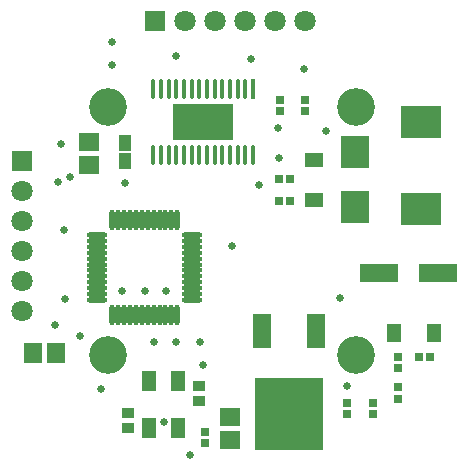
<source format=gts>
G04*
G04 #@! TF.GenerationSoftware,Altium Limited,Altium Designer,22.10.1 (41)*
G04*
G04 Layer_Color=8388736*
%FSLAX42Y42*%
%MOMM*%
G71*
G04*
G04 #@! TF.SameCoordinates,D2B3F530-26F6-4905-BC13-EF821CD2D141*
G04*
G04*
G04 #@! TF.FilePolarity,Negative*
G04*
G01*
G75*
%ADD16R,1.01X1.33*%
%ADD19R,0.67X0.72*%
%ADD20R,0.72X0.67*%
%ADD21R,1.25X1.60*%
%ADD23R,1.20X1.80*%
G04:AMPARAMS|DCode=26|XSize=1.66mm|YSize=0.38mm|CornerRadius=0.19mm|HoleSize=0mm|Usage=FLASHONLY|Rotation=270.000|XOffset=0mm|YOffset=0mm|HoleType=Round|Shape=RoundedRectangle|*
%AMROUNDEDRECTD26*
21,1,1.66,0.00,0,0,270.0*
21,1,1.27,0.38,0,0,270.0*
1,1,0.38,0.00,-0.64*
1,1,0.38,0.00,0.64*
1,1,0.38,0.00,0.64*
1,1,0.38,0.00,-0.64*
%
%ADD26ROUNDEDRECTD26*%
%ADD27R,0.38X1.66*%
%ADD30R,1.60X1.25*%
%ADD31R,3.20X1.60*%
%ADD32R,1.60X3.00*%
%ADD33R,5.80X6.20*%
%ADD34O,0.45X1.75*%
%ADD35O,1.75X0.45*%
%ADD36R,1.75X1.55*%
%ADD37R,1.05X0.95*%
%ADD38R,1.55X1.75*%
%ADD39R,5.18X3.10*%
%ADD40R,3.40X2.80*%
%ADD41R,2.40X2.70*%
%ADD42C,3.20*%
%ADD43C,1.80*%
%ADD44R,1.80X1.80*%
%ADD45R,1.80X1.80*%
%ADD46C,1.73*%
%ADD47C,0.66*%
D16*
X8623Y8454D02*
D03*
Y8306D02*
D03*
D19*
X10147Y8725D02*
D03*
X10935Y6553D02*
D03*
Y6649D02*
D03*
X9296Y5918D02*
D03*
Y6014D02*
D03*
X9931Y8821D02*
D03*
Y8725D02*
D03*
X10503Y6162D02*
D03*
Y6258D02*
D03*
X10719Y6162D02*
D03*
Y6258D02*
D03*
X10935Y6292D02*
D03*
Y6388D02*
D03*
X10147Y8821D02*
D03*
D20*
X11201Y6642D02*
D03*
X11106D02*
D03*
X9925Y7963D02*
D03*
X10020D02*
D03*
X9922Y8153D02*
D03*
X10017D02*
D03*
D21*
X11239Y6845D02*
D03*
X10900D02*
D03*
D23*
X8826Y6045D02*
D03*
Y6445D02*
D03*
X9067D02*
D03*
Y6045D02*
D03*
D26*
X9706Y8353D02*
D03*
X9641D02*
D03*
X9576D02*
D03*
X9511D02*
D03*
X9446D02*
D03*
X9381D02*
D03*
X9316D02*
D03*
X9251D02*
D03*
X9186D02*
D03*
X9121D02*
D03*
X9056D02*
D03*
X8991D02*
D03*
X8926D02*
D03*
X8861D02*
D03*
Y8919D02*
D03*
X8926D02*
D03*
X8991D02*
D03*
X9056D02*
D03*
X9121D02*
D03*
X9186D02*
D03*
X9251D02*
D03*
X9316D02*
D03*
X9381D02*
D03*
X9446D02*
D03*
X9511D02*
D03*
X9576D02*
D03*
X9641D02*
D03*
D27*
X9706D02*
D03*
D30*
X10224Y8316D02*
D03*
Y7976D02*
D03*
D31*
X10774Y7353D02*
D03*
X11274D02*
D03*
D32*
X9779Y6868D02*
D03*
X10236D02*
D03*
D33*
X10008Y6160D02*
D03*
D34*
X8563Y7002D02*
D03*
X8513D02*
D03*
X8613D02*
D03*
X8663D02*
D03*
X8713D02*
D03*
X8763D02*
D03*
X8813D02*
D03*
X8863D02*
D03*
X8913D02*
D03*
X8963D02*
D03*
X9013D02*
D03*
X9063D02*
D03*
Y7807D02*
D03*
X9013D02*
D03*
X8963D02*
D03*
X8913D02*
D03*
X8863D02*
D03*
X8813D02*
D03*
X8763D02*
D03*
X8713D02*
D03*
X8663D02*
D03*
X8613D02*
D03*
X8563D02*
D03*
X8513D02*
D03*
D35*
X9191Y7129D02*
D03*
Y7179D02*
D03*
Y7229D02*
D03*
Y7279D02*
D03*
Y7329D02*
D03*
Y7379D02*
D03*
Y7429D02*
D03*
Y7479D02*
D03*
Y7529D02*
D03*
Y7579D02*
D03*
Y7629D02*
D03*
Y7679D02*
D03*
X8386D02*
D03*
Y7629D02*
D03*
Y7579D02*
D03*
Y7529D02*
D03*
Y7479D02*
D03*
Y7429D02*
D03*
Y7379D02*
D03*
Y7329D02*
D03*
Y7279D02*
D03*
Y7229D02*
D03*
Y7179D02*
D03*
Y7129D02*
D03*
D36*
X9512Y6139D02*
D03*
Y5944D02*
D03*
X8318Y8268D02*
D03*
Y8463D02*
D03*
D37*
X8649Y6170D02*
D03*
Y6045D02*
D03*
X9246Y6274D02*
D03*
Y6399D02*
D03*
D38*
X7844Y6680D02*
D03*
X8039D02*
D03*
D39*
X9284Y8636D02*
D03*
D40*
X11125Y8637D02*
D03*
Y7899D02*
D03*
D41*
X10566Y7912D02*
D03*
Y8382D02*
D03*
D42*
X8475Y8759D02*
D03*
X10575D02*
D03*
Y6659D02*
D03*
X8475D02*
D03*
D43*
X7747Y7544D02*
D03*
Y8052D02*
D03*
Y7798D02*
D03*
Y7290D02*
D03*
Y7036D02*
D03*
X9639Y9487D02*
D03*
X9131D02*
D03*
X9385D02*
D03*
X9893D02*
D03*
X10147D02*
D03*
D44*
X7747Y8306D02*
D03*
D45*
X8877Y9487D02*
D03*
D46*
X10033Y6160D02*
D03*
D47*
X8954Y6096D02*
D03*
X9512Y5944D02*
D03*
X8623Y8115D02*
D03*
X9055Y9195D02*
D03*
X8153Y8166D02*
D03*
X9690Y9165D02*
D03*
X9919Y8585D02*
D03*
X8420Y6375D02*
D03*
X9169Y5817D02*
D03*
X9523Y7582D02*
D03*
X10442Y7144D02*
D03*
X10325Y8560D02*
D03*
X9757Y8103D02*
D03*
X9922Y8331D02*
D03*
X10135Y9081D02*
D03*
X8509Y9309D02*
D03*
Y9119D02*
D03*
X8077Y8446D02*
D03*
X8052Y8126D02*
D03*
X8103Y7722D02*
D03*
X8598Y7201D02*
D03*
X8788D02*
D03*
X8966D02*
D03*
X8865Y6769D02*
D03*
X9055D02*
D03*
X9258D02*
D03*
X9284Y6579D02*
D03*
X10503Y6401D02*
D03*
X8242Y6820D02*
D03*
X8026Y6921D02*
D03*
X8115Y7137D02*
D03*
M02*

</source>
